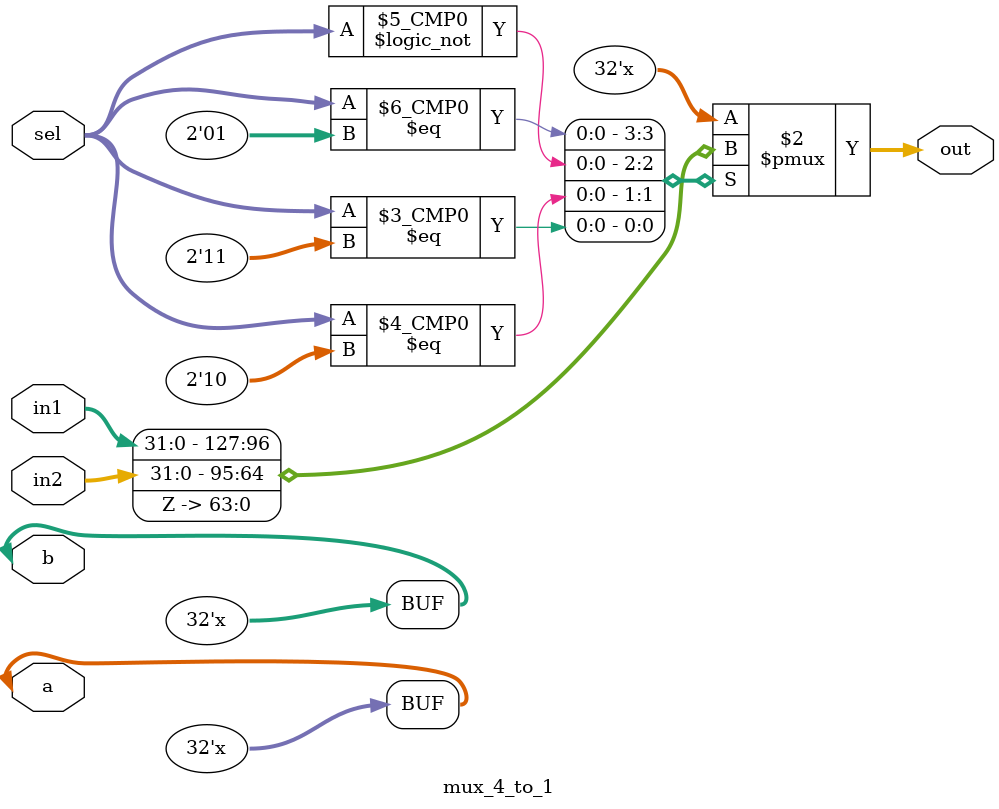
<source format=v>
module mux_4_to_1(in1, in2 , a , b , sel , out);
input [31:0] in1, in2 , a , b;
input [1:0] sel;
output reg [31:0]  out ;
assign #5 a = 32'bzzzzzzzzzzzzzzzzzzzzzzzzzzzzzzzz;
assign #5 b = 32'bzzzzzzzzzzzzzzzzzzzzzzzzzzzzzzzz ;
always @ (in1, in2, sel)
begin 
case(sel)
2'b01 : #5 out = in1 ;
2'b00 : #5 out = in2 ;
2'b10 : #5 out = a ;
2'b11 : #5 out = b ; 
endcase
end 
endmodule 

</source>
